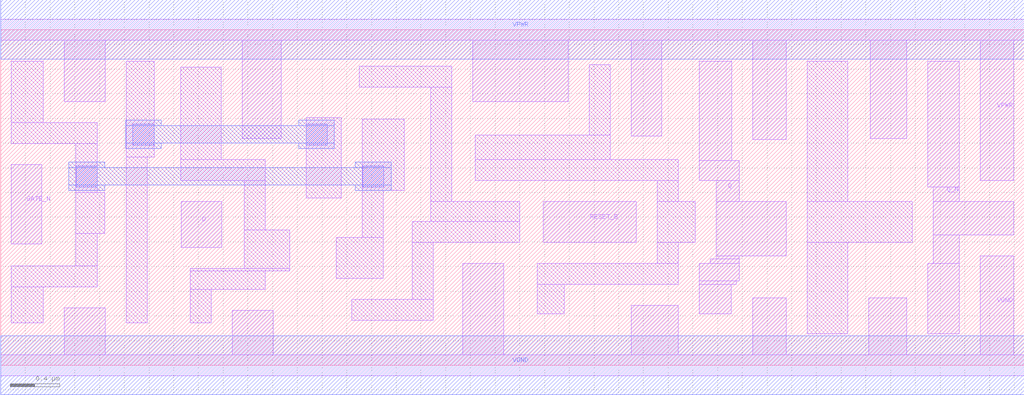
<source format=lef>
# Copyright 2020 The SkyWater PDK Authors
#
# Licensed under the Apache License, Version 2.0 (the "License");
# you may not use this file except in compliance with the License.
# You may obtain a copy of the License at
#
#     https://www.apache.org/licenses/LICENSE-2.0
#
# Unless required by applicable law or agreed to in writing, software
# distributed under the License is distributed on an "AS IS" BASIS,
# WITHOUT WARRANTIES OR CONDITIONS OF ANY KIND, either express or implied.
# See the License for the specific language governing permissions and
# limitations under the License.
#
# SPDX-License-Identifier: Apache-2.0

VERSION 5.5 ;
NAMESCASESENSITIVE ON ;
BUSBITCHARS "[]" ;
DIVIDERCHAR "/" ;
MACRO sky130_fd_sc_hd__dlrbn_2
  CLASS CORE ;
  SOURCE USER ;
  ORIGIN  0.000000  0.000000 ;
  SIZE  8.280000 BY  2.720000 ;
  SYMMETRY X Y R90 ;
  SITE unithd ;
  PIN D
    ANTENNAGATEAREA  0.159000 ;
    DIRECTION INPUT ;
    USE SIGNAL ;
    PORT
      LAYER li1 ;
        RECT 1.460000 0.955000 1.790000 1.325000 ;
    END
  END D
  PIN Q
    ANTENNADIFFAREA  0.536250 ;
    DIRECTION OUTPUT ;
    USE SIGNAL ;
    PORT
      LAYER li1 ;
        RECT 5.650000 0.415000 5.910000 0.655000 ;
        RECT 5.650000 0.655000 5.950000 0.685000 ;
        RECT 5.650000 0.685000 5.975000 0.825000 ;
        RECT 5.650000 1.495000 5.975000 1.660000 ;
        RECT 5.650000 1.660000 5.915000 2.465000 ;
        RECT 5.740000 0.825000 5.975000 0.860000 ;
        RECT 5.790000 0.860000 5.975000 0.885000 ;
        RECT 5.790000 0.885000 6.355000 1.325000 ;
        RECT 5.790000 1.325000 5.975000 1.495000 ;
    END
  END Q
  PIN Q_N
    ANTENNADIFFAREA  0.453750 ;
    DIRECTION OUTPUT ;
    USE SIGNAL ;
    PORT
      LAYER li1 ;
        RECT 7.500000 0.255000 7.755000 0.825000 ;
        RECT 7.500000 1.445000 7.755000 2.465000 ;
        RECT 7.545000 0.825000 7.755000 1.055000 ;
        RECT 7.545000 1.055000 8.195000 1.325000 ;
        RECT 7.545000 1.325000 7.755000 1.445000 ;
    END
  END Q_N
  PIN RESET_B
    ANTENNAGATEAREA  0.247500 ;
    DIRECTION INPUT ;
    USE SIGNAL ;
    PORT
      LAYER li1 ;
        RECT 4.390000 0.995000 5.140000 1.325000 ;
    END
  END RESET_B
  PIN GATE_N
    ANTENNAGATEAREA  0.159000 ;
    DIRECTION INPUT ;
    USE CLOCK ;
    PORT
      LAYER li1 ;
        RECT 0.085000 0.985000 0.330000 1.625000 ;
    END
  END GATE_N
  PIN VGND
    DIRECTION INOUT ;
    SHAPE ABUTMENT ;
    USE GROUND ;
    PORT
      LAYER li1 ;
        RECT 0.000000 -0.085000 8.280000 0.085000 ;
        RECT 0.515000  0.085000 0.845000 0.465000 ;
        RECT 1.875000  0.085000 2.205000 0.445000 ;
        RECT 3.740000  0.085000 4.070000 0.825000 ;
        RECT 5.100000  0.085000 5.480000 0.485000 ;
        RECT 6.085000  0.085000 6.355000 0.545000 ;
        RECT 7.025000  0.085000 7.330000 0.545000 ;
        RECT 7.925000  0.085000 8.195000 0.885000 ;
    END
    PORT
      LAYER met1 ;
        RECT 0.000000 -0.240000 8.280000 0.240000 ;
    END
  END VGND
  PIN VPWR
    DIRECTION INOUT ;
    SHAPE ABUTMENT ;
    USE POWER ;
    PORT
      LAYER li1 ;
        RECT 0.000000 2.635000 8.280000 2.805000 ;
        RECT 0.515000 2.135000 0.845000 2.635000 ;
        RECT 1.955000 1.835000 2.270000 2.635000 ;
        RECT 3.820000 2.135000 4.590000 2.635000 ;
        RECT 5.100000 1.855000 5.350000 2.635000 ;
        RECT 6.085000 1.830000 6.355000 2.635000 ;
        RECT 7.035000 1.835000 7.330000 2.635000 ;
        RECT 7.925000 1.495000 8.195000 2.635000 ;
    END
    PORT
      LAYER met1 ;
        RECT 0.000000 2.480000 8.280000 2.960000 ;
    END
  END VPWR
  OBS
    LAYER li1 ;
      RECT 0.085000 0.345000 0.345000 0.635000 ;
      RECT 0.085000 0.635000 0.780000 0.805000 ;
      RECT 0.085000 1.795000 0.780000 1.965000 ;
      RECT 0.085000 1.965000 0.345000 2.465000 ;
      RECT 0.605000 0.805000 0.780000 1.070000 ;
      RECT 0.605000 1.070000 0.840000 1.400000 ;
      RECT 0.605000 1.400000 0.780000 1.795000 ;
      RECT 1.015000 0.345000 1.185000 1.685000 ;
      RECT 1.015000 1.685000 1.240000 2.465000 ;
      RECT 1.455000 1.495000 2.140000 1.665000 ;
      RECT 1.455000 1.665000 1.785000 2.415000 ;
      RECT 1.535000 0.345000 1.705000 0.615000 ;
      RECT 1.535000 0.615000 2.140000 0.765000 ;
      RECT 1.535000 0.765000 2.340000 0.785000 ;
      RECT 1.970000 0.785000 2.340000 1.095000 ;
      RECT 1.970000 1.095000 2.140000 1.495000 ;
      RECT 2.470000 1.355000 2.755000 2.005000 ;
      RECT 2.715000 0.705000 3.095000 1.035000 ;
      RECT 2.840000 0.365000 3.500000 0.535000 ;
      RECT 2.900000 2.255000 3.650000 2.425000 ;
      RECT 2.925000 1.035000 3.095000 1.415000 ;
      RECT 2.925000 1.415000 3.265000 1.995000 ;
      RECT 3.330000 0.535000 3.500000 0.995000 ;
      RECT 3.330000 0.995000 4.200000 1.165000 ;
      RECT 3.480000 1.165000 4.200000 1.325000 ;
      RECT 3.480000 1.325000 3.650000 2.255000 ;
      RECT 3.840000 1.495000 5.480000 1.665000 ;
      RECT 3.840000 1.665000 4.930000 1.865000 ;
      RECT 4.340000 0.415000 4.560000 0.655000 ;
      RECT 4.340000 0.655000 5.480000 0.825000 ;
      RECT 4.760000 1.865000 4.930000 2.435000 ;
      RECT 5.310000 0.825000 5.480000 0.995000 ;
      RECT 5.310000 0.995000 5.620000 1.325000 ;
      RECT 5.310000 1.325000 5.480000 1.495000 ;
      RECT 6.525000 0.255000 6.855000 0.995000 ;
      RECT 6.525000 0.995000 7.375000 1.325000 ;
      RECT 6.525000 1.325000 6.855000 2.465000 ;
    LAYER mcon ;
      RECT 0.610000 1.445000 0.780000 1.615000 ;
      RECT 1.070000 1.785000 1.240000 1.955000 ;
      RECT 2.470000 1.785000 2.640000 1.955000 ;
      RECT 2.930000 1.445000 3.100000 1.615000 ;
    LAYER met1 ;
      RECT 0.550000 1.415000 0.840000 1.460000 ;
      RECT 0.550000 1.460000 3.160000 1.600000 ;
      RECT 0.550000 1.600000 0.840000 1.645000 ;
      RECT 1.010000 1.755000 1.300000 1.800000 ;
      RECT 1.010000 1.800000 2.700000 1.940000 ;
      RECT 1.010000 1.940000 1.300000 1.985000 ;
      RECT 2.410000 1.755000 2.700000 1.800000 ;
      RECT 2.410000 1.940000 2.700000 1.985000 ;
      RECT 2.870000 1.415000 3.160000 1.460000 ;
      RECT 2.870000 1.600000 3.160000 1.645000 ;
  END
END sky130_fd_sc_hd__dlrbn_2
END LIBRARY

</source>
